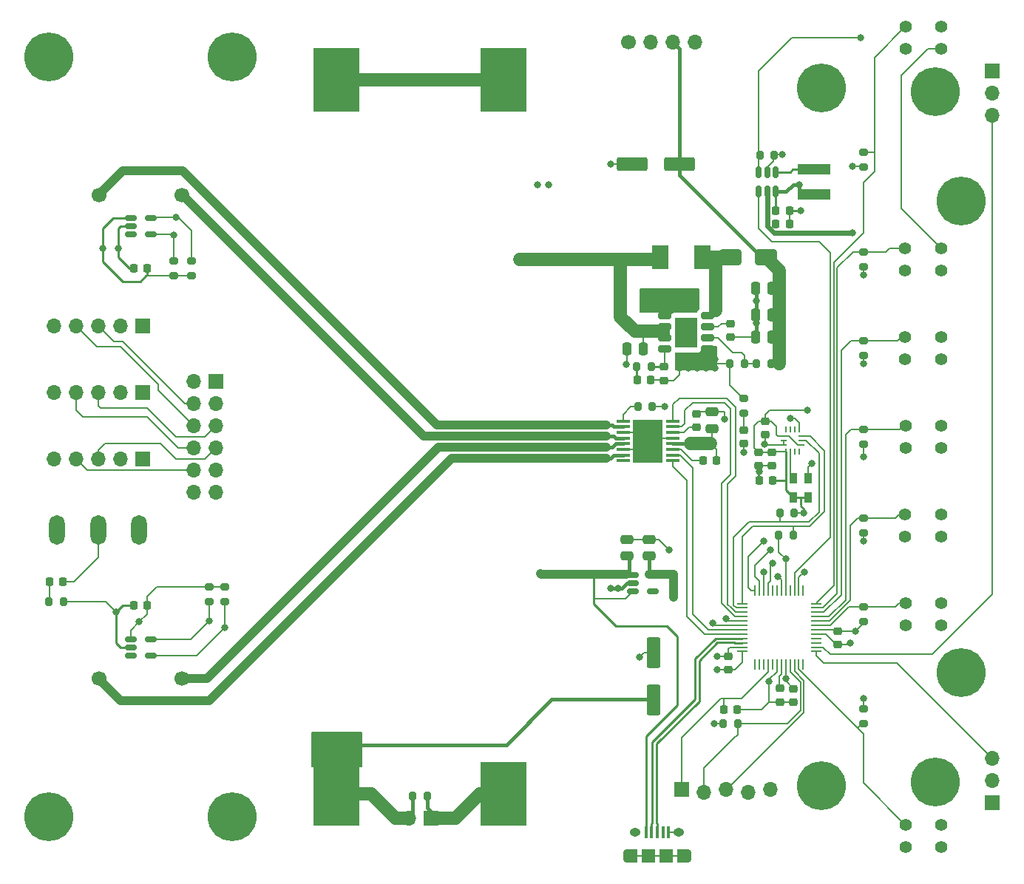
<source format=gbr>
%TF.GenerationSoftware,KiCad,Pcbnew,7.0.8*%
%TF.CreationDate,2023-10-27T12:05:37-04:00*%
%TF.ProjectId,mainboard_dual_battery,6d61696e-626f-4617-9264-5f6475616c5f,rev?*%
%TF.SameCoordinates,PX1312d00PY5f5e100*%
%TF.FileFunction,Copper,L1,Top*%
%TF.FilePolarity,Positive*%
%FSLAX46Y46*%
G04 Gerber Fmt 4.6, Leading zero omitted, Abs format (unit mm)*
G04 Created by KiCad (PCBNEW 7.0.8) date 2023-10-27 12:05:37*
%MOMM*%
%LPD*%
G01*
G04 APERTURE LIST*
G04 Aperture macros list*
%AMRoundRect*
0 Rectangle with rounded corners*
0 $1 Rounding radius*
0 $2 $3 $4 $5 $6 $7 $8 $9 X,Y pos of 4 corners*
0 Add a 4 corners polygon primitive as box body*
4,1,4,$2,$3,$4,$5,$6,$7,$8,$9,$2,$3,0*
0 Add four circle primitives for the rounded corners*
1,1,$1+$1,$2,$3*
1,1,$1+$1,$4,$5*
1,1,$1+$1,$6,$7*
1,1,$1+$1,$8,$9*
0 Add four rect primitives between the rounded corners*
20,1,$1+$1,$2,$3,$4,$5,0*
20,1,$1+$1,$4,$5,$6,$7,0*
20,1,$1+$1,$6,$7,$8,$9,0*
20,1,$1+$1,$8,$9,$2,$3,0*%
G04 Aperture macros list end*
%TA.AperFunction,ComponentPad*%
%ADD10C,5.600000*%
%TD*%
%TA.AperFunction,ComponentPad*%
%ADD11R,1.700000X1.700000*%
%TD*%
%TA.AperFunction,ComponentPad*%
%ADD12O,1.700000X1.700000*%
%TD*%
%TA.AperFunction,SMDPad,CuDef*%
%ADD13RoundRect,0.250000X1.500000X0.550000X-1.500000X0.550000X-1.500000X-0.550000X1.500000X-0.550000X0*%
%TD*%
%TA.AperFunction,SMDPad,CuDef*%
%ADD14R,0.950000X1.200000*%
%TD*%
%TA.AperFunction,SMDPad,CuDef*%
%ADD15RoundRect,0.225000X-0.250000X0.225000X-0.250000X-0.225000X0.250000X-0.225000X0.250000X0.225000X0*%
%TD*%
%TA.AperFunction,SMDPad,CuDef*%
%ADD16RoundRect,0.225000X-0.225000X-0.250000X0.225000X-0.250000X0.225000X0.250000X-0.225000X0.250000X0*%
%TD*%
%TA.AperFunction,SMDPad,CuDef*%
%ADD17RoundRect,0.150000X-0.512500X-0.150000X0.512500X-0.150000X0.512500X0.150000X-0.512500X0.150000X0*%
%TD*%
%TA.AperFunction,SMDPad,CuDef*%
%ADD18RoundRect,0.250000X0.250000X0.475000X-0.250000X0.475000X-0.250000X-0.475000X0.250000X-0.475000X0*%
%TD*%
%TA.AperFunction,SMDPad,CuDef*%
%ADD19RoundRect,0.225000X0.225000X0.250000X-0.225000X0.250000X-0.225000X-0.250000X0.225000X-0.250000X0*%
%TD*%
%TA.AperFunction,ComponentPad*%
%ADD20C,1.700000*%
%TD*%
%TA.AperFunction,SMDPad,CuDef*%
%ADD21RoundRect,0.097500X-0.690000X-0.097500X0.690000X-0.097500X0.690000X0.097500X-0.690000X0.097500X0*%
%TD*%
%TA.AperFunction,ComponentPad*%
%ADD22C,0.500000*%
%TD*%
%TA.AperFunction,SMDPad,CuDef*%
%ADD23R,3.400000X5.000000*%
%TD*%
%TA.AperFunction,SMDPad,CuDef*%
%ADD24RoundRect,0.225000X0.250000X-0.225000X0.250000X0.225000X-0.250000X0.225000X-0.250000X-0.225000X0*%
%TD*%
%TA.AperFunction,SMDPad,CuDef*%
%ADD25R,5.320000X7.350000*%
%TD*%
%TA.AperFunction,SMDPad,CuDef*%
%ADD26RoundRect,0.200000X-0.200000X-0.275000X0.200000X-0.275000X0.200000X0.275000X-0.200000X0.275000X0*%
%TD*%
%TA.AperFunction,SMDPad,CuDef*%
%ADD27RoundRect,0.200000X0.200000X0.275000X-0.200000X0.275000X-0.200000X-0.275000X0.200000X-0.275000X0*%
%TD*%
%TA.AperFunction,SMDPad,CuDef*%
%ADD28RoundRect,0.250000X-0.475000X0.250000X-0.475000X-0.250000X0.475000X-0.250000X0.475000X0.250000X0*%
%TD*%
%TA.AperFunction,SMDPad,CuDef*%
%ADD29R,3.700000X1.200000*%
%TD*%
%TA.AperFunction,SMDPad,CuDef*%
%ADD30R,0.400000X1.350000*%
%TD*%
%TA.AperFunction,ComponentPad*%
%ADD31O,0.890000X1.550000*%
%TD*%
%TA.AperFunction,SMDPad,CuDef*%
%ADD32R,1.200000X1.550000*%
%TD*%
%TA.AperFunction,ComponentPad*%
%ADD33O,1.250000X0.950000*%
%TD*%
%TA.AperFunction,SMDPad,CuDef*%
%ADD34R,1.500000X1.550000*%
%TD*%
%TA.AperFunction,SMDPad,CuDef*%
%ADD35RoundRect,0.200000X0.275000X-0.200000X0.275000X0.200000X-0.275000X0.200000X-0.275000X-0.200000X0*%
%TD*%
%TA.AperFunction,SMDPad,CuDef*%
%ADD36O,1.200000X0.240000*%
%TD*%
%TA.AperFunction,SMDPad,CuDef*%
%ADD37O,0.240000X1.200000*%
%TD*%
%TA.AperFunction,SMDPad,CuDef*%
%ADD38RoundRect,0.250000X0.475000X-0.250000X0.475000X0.250000X-0.475000X0.250000X-0.475000X-0.250000X0*%
%TD*%
%TA.AperFunction,SMDPad,CuDef*%
%ADD39RoundRect,0.250000X0.550000X-1.500000X0.550000X1.500000X-0.550000X1.500000X-0.550000X-1.500000X0*%
%TD*%
%TA.AperFunction,SMDPad,CuDef*%
%ADD40RoundRect,0.150000X-0.150000X0.512500X-0.150000X-0.512500X0.150000X-0.512500X0.150000X0.512500X0*%
%TD*%
%TA.AperFunction,SMDPad,CuDef*%
%ADD41RoundRect,0.200000X-0.550000X-0.200000X0.550000X-0.200000X0.550000X0.200000X-0.550000X0.200000X0*%
%TD*%
%TA.AperFunction,SMDPad,CuDef*%
%ADD42R,2.620000X3.510000*%
%TD*%
%TA.AperFunction,SMDPad,CuDef*%
%ADD43RoundRect,0.218750X-0.218750X-0.256250X0.218750X-0.256250X0.218750X0.256250X-0.218750X0.256250X0*%
%TD*%
%TA.AperFunction,SMDPad,CuDef*%
%ADD44R,0.250000X0.675000*%
%TD*%
%TA.AperFunction,SMDPad,CuDef*%
%ADD45R,0.675000X0.250000*%
%TD*%
%TA.AperFunction,SMDPad,CuDef*%
%ADD46R,1.870000X2.800000*%
%TD*%
%TA.AperFunction,SMDPad,CuDef*%
%ADD47RoundRect,0.218750X-0.256250X0.218750X-0.256250X-0.218750X0.256250X-0.218750X0.256250X0.218750X0*%
%TD*%
%TA.AperFunction,SMDPad,CuDef*%
%ADD48RoundRect,0.250000X1.000000X0.650000X-1.000000X0.650000X-1.000000X-0.650000X1.000000X-0.650000X0*%
%TD*%
%TA.AperFunction,ComponentPad*%
%ADD49O,1.800000X3.400000*%
%TD*%
%TA.AperFunction,SMDPad,CuDef*%
%ADD50RoundRect,0.200000X-0.275000X0.200000X-0.275000X-0.200000X0.275000X-0.200000X0.275000X0.200000X0*%
%TD*%
%TA.AperFunction,ComponentPad*%
%ADD51C,1.400000*%
%TD*%
%TA.AperFunction,ViaPad*%
%ADD52C,0.800000*%
%TD*%
%TA.AperFunction,Conductor*%
%ADD53C,0.203200*%
%TD*%
%TA.AperFunction,Conductor*%
%ADD54C,0.254000*%
%TD*%
%TA.AperFunction,Conductor*%
%ADD55C,1.016000*%
%TD*%
%TA.AperFunction,Conductor*%
%ADD56C,0.406400*%
%TD*%
%TA.AperFunction,Conductor*%
%ADD57C,1.524000*%
%TD*%
%TA.AperFunction,Conductor*%
%ADD58C,0.609600*%
%TD*%
G04 APERTURE END LIST*
D10*
%TO.P,REF\u002A\u002A,1*%
%TO.N,N/C*%
X4500000Y-43500000D03*
%TD*%
D11*
%TO.P,J14,1,Pin_1*%
%TO.N,Net-(J14-Pin_1)*%
X48260000Y-43688000D03*
D12*
%TO.P,J14,2,Pin_2*%
%TO.N,/VBAT*%
X45720000Y-43688000D03*
%TD*%
D11*
%TO.P,J2,1,Pin_1*%
%TO.N,VCC*%
X15240000Y12700000D03*
D12*
%TO.P,J2,2,Pin_2*%
%TO.N,+3V3*%
X12700000Y12700000D03*
%TO.P,J2,3,Pin_3*%
%TO.N,/MISO*%
X10160000Y12700000D03*
%TO.P,J2,4,Pin_4*%
%TO.N,/MOSI*%
X7620000Y12700000D03*
%TO.P,J2,5,Pin_5*%
%TO.N,GNDREF*%
X5080000Y12700000D03*
%TD*%
D13*
%TO.P,C19,1*%
%TO.N,+6V*%
X76700000Y31242000D03*
%TO.P,C19,2*%
%TO.N,GNDREF*%
X71300000Y31242000D03*
%TD*%
D14*
%TO.P,X1,1,EN*%
%TO.N,+3V3*%
X91446000Y-6944750D03*
%TO.P,X1,2,GND*%
%TO.N,GNDREF*%
X91446000Y-4744750D03*
%TO.P,X1,3,OUT*%
%TO.N,/EXT_CLK*%
X89746000Y-4744750D03*
%TO.P,X1,4,Vdd*%
%TO.N,+3V3*%
X89746000Y-6944750D03*
%TD*%
D15*
%TO.P,C7,1*%
%TO.N,GNDREF*%
X78669625Y2665000D03*
%TO.P,C7,2*%
%TO.N,Net-(U11-VINT)*%
X78669625Y1115000D03*
%TD*%
D16*
%TO.P,C18,1*%
%TO.N,GNDREF*%
X14211000Y-19304000D03*
%TO.P,C18,2*%
%TO.N,+3V3*%
X15761000Y-19304000D03*
%TD*%
D17*
%TO.P,U13,1,VCC*%
%TO.N,+3V3*%
X13862500Y-23190000D03*
%TO.P,U13,2,GND*%
%TO.N,GNDREF*%
X13862500Y-24140000D03*
%TO.P,U13,3*%
%TO.N,unconnected-(U13-Pad3)*%
X13862500Y-25090000D03*
%TO.P,U13,4,OUT1*%
%TO.N,/ENC2_SPEED*%
X16137500Y-25090000D03*
%TO.P,U13,5,OUT2*%
%TO.N,/ENC2_DIR*%
X16137500Y-23190000D03*
%TD*%
D18*
%TO.P,C1,1*%
%TO.N,VCC*%
X72578000Y10033000D03*
%TO.P,C1,2*%
%TO.N,GNDREF*%
X70678000Y10033000D03*
%TD*%
D19*
%TO.P,C27,1*%
%TO.N,GNDREF*%
X83325000Y-31242000D03*
%TO.P,C27,2*%
%TO.N,/nRESET*%
X81775000Y-31242000D03*
%TD*%
D20*
%TO.P,J6,1,Pin_1*%
%TO.N,/Motor1A_out*%
X10250000Y27700000D03*
%TD*%
D16*
%TO.P,C8,1*%
%TO.N,VCC*%
X87762000Y25908000D03*
%TO.P,C8,2*%
%TO.N,GNDREF*%
X89312000Y25908000D03*
%TD*%
D21*
%TO.P,U11,1,nSLEEP*%
%TO.N,Net-(U11-nSLEEP)*%
X70248500Y1808000D03*
%TO.P,U11,2,AOUT1*%
%TO.N,/Motor1A_out*%
X70248500Y1158000D03*
%TO.P,U11,3,AISEN*%
%TO.N,GNDREF*%
X70248500Y508000D03*
%TO.P,U11,4,AOUT2*%
%TO.N,/Motor1B_out*%
X70248500Y-142000D03*
%TO.P,U11,5,BOUT2*%
%TO.N,/Motor2B_out*%
X70248500Y-792000D03*
%TO.P,U11,6,BISEN*%
%TO.N,GNDREF*%
X70248500Y-1442000D03*
%TO.P,U11,7,BOUT1*%
%TO.N,/Motor2A_out*%
X70248500Y-2092000D03*
%TO.P,U11,8,nFAULT*%
%TO.N,unconnected-(U11-nFAULT-Pad8)*%
X70248500Y-2742000D03*
%TO.P,U11,9,BIN1*%
%TO.N,/MOTOR2A*%
X75973500Y-2742000D03*
%TO.P,U11,10,BIN2*%
%TO.N,/MOTOR2B*%
X75973500Y-2092000D03*
%TO.P,U11,11,VCP*%
%TO.N,Net-(U11-VCP)*%
X75973500Y-1442000D03*
%TO.P,U11,12,VM*%
%TO.N,+6V*%
X75973500Y-792000D03*
%TO.P,U11,13,GND*%
%TO.N,GNDREF*%
X75973500Y-142000D03*
%TO.P,U11,14,VINT*%
%TO.N,Net-(U11-VINT)*%
X75973500Y508000D03*
%TO.P,U11,15,AIN2*%
%TO.N,/MOTOR1B*%
X75973500Y1158000D03*
%TO.P,U11,16,AIN1*%
%TO.N,/MOTOR1A*%
X75973500Y1808000D03*
D22*
%TO.P,U11,17,GND(PPAD)*%
%TO.N,GNDREF*%
X72111000Y1333000D03*
X72111000Y133000D03*
X72111000Y-1067000D03*
X72111000Y-2267000D03*
X73111000Y1333000D03*
X73111000Y133000D03*
D23*
X73111000Y-467000D03*
D22*
X73111000Y-1067000D03*
X73111000Y-2267000D03*
X74111000Y1333000D03*
X74111000Y133000D03*
X74111000Y-1067000D03*
X74111000Y-2267000D03*
%TD*%
D10*
%TO.P,REF\u002A\u002A,1*%
%TO.N,N/C*%
X109000000Y-27000000D03*
%TD*%
D24*
%TO.P,C10,1*%
%TO.N,GNDREF*%
X89789000Y-30383000D03*
%TO.P,C10,2*%
%TO.N,+3V3*%
X89789000Y-28833000D03*
%TD*%
D25*
%TO.P,BT1,1,+*%
%TO.N,Net-(J14-Pin_1)*%
X56540000Y-40860000D03*
%TO.P,BT1,2,-*%
%TO.N,GNDREF*%
X56540000Y40860000D03*
%TO.P,BT1,3,+*%
%TO.N,/VBAT*%
X37440000Y-40860000D03*
%TO.P,BT1,4,-*%
%TO.N,GNDREF*%
X37440000Y40860000D03*
%TD*%
D15*
%TO.P,C6,1*%
%TO.N,GNDREF*%
X82296000Y-25133000D03*
%TO.P,C6,2*%
%TO.N,+3V3*%
X82296000Y-26683000D03*
%TD*%
D26*
%TO.P,R15,1*%
%TO.N,/Reflectance sensor array/FB*%
X85934000Y32258000D03*
%TO.P,R15,2*%
%TO.N,GNDREF*%
X87584000Y32258000D03*
%TD*%
D27*
%TO.P,R20,1*%
%TO.N,Net-(U14-COMP)*%
X73469000Y8001000D03*
%TO.P,R20,2*%
%TO.N,Net-(C25-Pad1)*%
X71819000Y8001000D03*
%TD*%
D28*
%TO.P,C2,1*%
%TO.N,GNDREF*%
X70739000Y-11750000D03*
%TO.P,C2,2*%
%TO.N,VCC*%
X70739000Y-13650000D03*
%TD*%
D11*
%TO.P,J11,1,Pin_1*%
%TO.N,GNDREF*%
X112522000Y-41910000D03*
D12*
%TO.P,J11,2,Pin_2*%
%TO.N,+6V*%
X112522000Y-39370000D03*
%TO.P,J11,3,Pin_3*%
%TO.N,/SERVO2*%
X112522000Y-36830000D03*
%TD*%
D28*
%TO.P,C3,1*%
%TO.N,GNDREF*%
X73279000Y-11750000D03*
%TO.P,C3,2*%
%TO.N,+3V3*%
X73279000Y-13650000D03*
%TD*%
D26*
%TO.P,R21,1*%
%TO.N,+3V3*%
X81725000Y-32893000D03*
%TO.P,R21,2*%
%TO.N,/SWCLK*%
X83375000Y-32893000D03*
%TD*%
D29*
%TO.P,L1,1,1*%
%TO.N,VCC*%
X92093000Y27810000D03*
%TO.P,L1,2,2*%
%TO.N,Net-(U10-SW)*%
X92093000Y30610000D03*
%TD*%
D17*
%TO.P,U9,1,VCC*%
%TO.N,+3V3*%
X13862500Y25090000D03*
%TO.P,U9,2,GND*%
%TO.N,GNDREF*%
X13862500Y24140000D03*
%TO.P,U9,3*%
%TO.N,unconnected-(U9-Pad3)*%
X13862500Y23190000D03*
%TO.P,U9,4,OUT1*%
%TO.N,/ENC1_SPEED*%
X16137500Y23190000D03*
%TO.P,U9,5,OUT2*%
%TO.N,/ENC1_DIR*%
X16137500Y25090000D03*
%TD*%
D30*
%TO.P,J3,1,VBUS*%
%TO.N,VCC*%
X72868000Y-45336000D03*
%TO.P,J3,2,D-*%
%TO.N,/D-*%
X73518000Y-45336000D03*
%TO.P,J3,3,D+*%
%TO.N,/D+*%
X74168000Y-45336000D03*
%TO.P,J3,4,ID*%
%TO.N,unconnected-(J3-ID-Pad4)*%
X74818000Y-45336000D03*
%TO.P,J3,5,GND*%
%TO.N,GNDREF*%
X75468000Y-45336000D03*
D31*
%TO.P,J3,6,Shield*%
X70668000Y-48036000D03*
D32*
X71268000Y-48036000D03*
D33*
X71668000Y-45336000D03*
D34*
X73168000Y-48036000D03*
X75168000Y-48036000D03*
D33*
X76668000Y-45336000D03*
D32*
X77068000Y-48036000D03*
D31*
X77668000Y-48036000D03*
%TD*%
D20*
%TO.P,J4,1,Pin_1*%
%TO.N,/Motor1B_out*%
X19750000Y27700000D03*
%TD*%
D16*
%TO.P,C14,1*%
%TO.N,Net-(U11-VCP)*%
X79418625Y-2682000D03*
%TO.P,C14,2*%
%TO.N,+6V*%
X80968625Y-2682000D03*
%TD*%
D35*
%TO.P,R5,1*%
%TO.N,+3V3*%
X97790000Y9335000D03*
%TO.P,R5,2*%
%TO.N,/A4*%
X97790000Y10985000D03*
%TD*%
D15*
%TO.P,C24,1*%
%TO.N,Net-(U14-SS)*%
X82550000Y12967000D03*
%TO.P,C24,2*%
%TO.N,GNDREF*%
X82550000Y11417000D03*
%TD*%
D11*
%TO.P,J1,1,Pin_1*%
%TO.N,/nRESET*%
X76962000Y-40386000D03*
D12*
%TO.P,J1,2,Pin_2*%
%TO.N,/SWCLK*%
X79502000Y-40767000D03*
%TO.P,J1,3,Pin_3*%
%TO.N,/SWDIO*%
X82042000Y-40386000D03*
%TO.P,J1,4,Pin_4*%
%TO.N,GNDREF*%
X84582000Y-40767000D03*
%TO.P,J1,5,Pin_5*%
%TO.N,+3V3*%
X87122000Y-40386000D03*
%TD*%
D16*
%TO.P,C16,1*%
%TO.N,/Reflectance sensor array/VCC_LED*%
X87762000Y24384000D03*
%TO.P,C16,2*%
%TO.N,GNDREF*%
X89312000Y24384000D03*
%TD*%
D11*
%TO.P,J13,1,Pin_1*%
%TO.N,/SDA*%
X23622000Y6350000D03*
D12*
%TO.P,J13,2,Pin_2*%
%TO.N,+3V3*%
X21082000Y6350000D03*
%TO.P,J13,3,Pin_3*%
%TO.N,/SCL*%
X23622000Y3810000D03*
%TO.P,J13,4,Pin_4*%
%TO.N,/MISO*%
X21082000Y3810000D03*
%TO.P,J13,5,Pin_5*%
%TO.N,/SCK*%
X23622000Y1270000D03*
%TO.P,J13,6,Pin_6*%
%TO.N,/MOSI*%
X21082000Y1270000D03*
%TO.P,J13,7,Pin_7*%
%TO.N,/TOP_A4*%
X23622000Y-1270000D03*
%TO.P,J13,8,Pin_8*%
%TO.N,/TOP_A5*%
X21082000Y-1270000D03*
%TO.P,J13,9,Pin_9*%
%TO.N,/nRESET*%
X23622000Y-3810000D03*
%TO.P,J13,10,Pin_10*%
%TO.N,/TOP_A3*%
X21082000Y-3810000D03*
%TO.P,J13,11,Pin_11*%
%TO.N,GNDREF*%
X23622000Y-6350000D03*
%TO.P,J13,12,Pin_12*%
%TO.N,VCC*%
X21082000Y-6350000D03*
%TD*%
D15*
%TO.P,C11,1*%
%TO.N,+3V3*%
X85770000Y-1767750D03*
%TO.P,C11,2*%
%TO.N,GNDREF*%
X85770000Y-3317750D03*
%TD*%
%TO.P,C26,1*%
%TO.N,Net-(U14-COMP)*%
X74930000Y8014000D03*
%TO.P,C26,2*%
%TO.N,GNDREF*%
X74930000Y6464000D03*
%TD*%
D35*
%TO.P,R3,1*%
%TO.N,+3V3*%
X97790000Y-10985000D03*
%TO.P,R3,2*%
%TO.N,/A2*%
X97790000Y-9335000D03*
%TD*%
D36*
%TO.P,U15,1,PA00*%
%TO.N,/SERVO2*%
X92338000Y-24594000D03*
%TO.P,U15,2,PA01*%
%TO.N,/SERVO1*%
X92338000Y-24094000D03*
%TO.P,U15,3,PA02*%
%TO.N,unconnected-(U15-PA02-Pad3)*%
X92338000Y-23594000D03*
%TO.P,U15,4,PA03*%
%TO.N,unconnected-(U15-PA03-Pad4)*%
X92338000Y-23094000D03*
%TO.P,U15,5,GNDANA*%
%TO.N,GNDREF*%
X92338000Y-22594000D03*
%TO.P,U15,6,VDDANA*%
%TO.N,+3V3*%
X92338000Y-22094000D03*
%TO.P,U15,7,PB08*%
%TO.N,/A1*%
X92338000Y-21594000D03*
%TO.P,U15,8,PB09*%
%TO.N,/A2*%
X92338000Y-21094000D03*
%TO.P,U15,9,PA04*%
%TO.N,/A3*%
X92338000Y-20594000D03*
%TO.P,U15,10,PA05*%
%TO.N,/A4*%
X92338000Y-20094000D03*
%TO.P,U15,11,PA06*%
%TO.N,/A5*%
X92338000Y-19594000D03*
%TO.P,U15,12,PA07*%
%TO.N,/A6*%
X92338000Y-19094000D03*
D37*
%TO.P,U15,13,PA08*%
%TO.N,unconnected-(U15-PA08-Pad13)*%
X90888000Y-17644000D03*
%TO.P,U15,14,PA09*%
%TO.N,/HEARTBEAT*%
X90388000Y-17644000D03*
%TO.P,U15,15,PA10*%
%TO.N,/ANALOG_CTRL*%
X89888000Y-17644000D03*
%TO.P,U15,16,PA11*%
%TO.N,unconnected-(U15-PA11-Pad16)*%
X89388000Y-17644000D03*
%TO.P,U15,17,VDDIO*%
%TO.N,+3V3*%
X88888000Y-17644000D03*
%TO.P,U15,18,GND*%
%TO.N,GNDREF*%
X88388000Y-17644000D03*
%TO.P,U15,19,PB10*%
%TO.N,unconnected-(U15-PB10-Pad19)*%
X87888000Y-17644000D03*
%TO.P,U15,20,PB11*%
%TO.N,unconnected-(U15-PB11-Pad20)*%
X87388000Y-17644000D03*
%TO.P,U15,21,PA12*%
%TO.N,/SDA*%
X86888000Y-17644000D03*
%TO.P,U15,22,PA13*%
%TO.N,/SCL*%
X86388000Y-17644000D03*
%TO.P,U15,23,PA14*%
%TO.N,/ENC1_SPEED*%
X85888000Y-17644000D03*
%TO.P,U15,24,PA15*%
%TO.N,/ENC1_DIR*%
X85388000Y-17644000D03*
D36*
%TO.P,U15,25,PA16*%
%TO.N,/SDA1*%
X83938000Y-19094000D03*
%TO.P,U15,26,PA17*%
%TO.N,/SCL1*%
X83938000Y-19594000D03*
%TO.P,U15,27,PA18*%
%TO.N,/MOTOR1A*%
X83938000Y-20094000D03*
%TO.P,U15,28,PA19*%
%TO.N,/MOTOR1B*%
X83938000Y-20594000D03*
%TO.P,U15,29,PA20*%
%TO.N,/ENC2_DIR*%
X83938000Y-21094000D03*
%TO.P,U15,30,PA21*%
%TO.N,/ENC2_SPEED*%
X83938000Y-21594000D03*
%TO.P,U15,31,PA22*%
%TO.N,/MOTOR2B*%
X83938000Y-22094000D03*
%TO.P,U15,32,PA23*%
%TO.N,/MOTOR2A*%
X83938000Y-22594000D03*
%TO.P,U15,33,PA24*%
%TO.N,/D-*%
X83938000Y-23094000D03*
%TO.P,U15,34,PA25*%
%TO.N,/D+*%
X83938000Y-23594000D03*
%TO.P,U15,35,GND*%
%TO.N,GNDREF*%
X83938000Y-24094000D03*
%TO.P,U15,36,VDDIO*%
%TO.N,+3V3*%
X83938000Y-24594000D03*
D37*
%TO.P,U15,37,PB22*%
%TO.N,unconnected-(U15-PB22-Pad37)*%
X85388000Y-26044000D03*
%TO.P,U15,38,PB23*%
%TO.N,unconnected-(U15-PB23-Pad38)*%
X85888000Y-26044000D03*
%TO.P,U15,39,PA27*%
%TO.N,unconnected-(U15-PA27-Pad39)*%
X86388000Y-26044000D03*
%TO.P,U15,40,~{RESET}*%
%TO.N,/nRESET*%
X86888000Y-26044000D03*
%TO.P,U15,41,PA28*%
%TO.N,unconnected-(U15-PA28-Pad41)*%
X87388000Y-26044000D03*
%TO.P,U15,42,GND*%
%TO.N,GNDREF*%
X87888000Y-26044000D03*
%TO.P,U15,43,VDDCORE*%
%TO.N,Net-(U15-VDDCORE)*%
X88388000Y-26044000D03*
%TO.P,U15,44,VDDIN*%
%TO.N,+3V3*%
X88888000Y-26044000D03*
%TO.P,U15,45,PA30*%
%TO.N,/SWCLK*%
X89388000Y-26044000D03*
%TO.P,U15,46,PA31*%
%TO.N,/SWDIO*%
X89888000Y-26044000D03*
%TO.P,U15,47,PB02*%
%TO.N,/A0*%
X90388000Y-26044000D03*
%TO.P,U15,48,PB03*%
%TO.N,unconnected-(U15-PB03-Pad48)*%
X90888000Y-26044000D03*
%TD*%
D27*
%TO.P,R19,1*%
%TO.N,Net-(U14-FB)*%
X84137000Y8382000D03*
%TO.P,R19,2*%
%TO.N,GNDREF*%
X82487000Y8382000D03*
%TD*%
D18*
%TO.P,C21,1*%
%TO.N,+6V*%
X87310000Y14008000D03*
%TO.P,C21,2*%
%TO.N,GNDREF*%
X85410000Y14008000D03*
%TD*%
D10*
%TO.P,REF\u002A\u002A,1*%
%TO.N,N/C*%
X109000000Y27000000D03*
%TD*%
D35*
%TO.P,R12,1*%
%TO.N,+3V3*%
X20828000Y18479000D03*
%TO.P,R12,2*%
%TO.N,/ENC1_DIR*%
X20828000Y20129000D03*
%TD*%
D16*
%TO.P,C12,1*%
%TO.N,GNDREF*%
X14211000Y19304000D03*
%TO.P,C12,2*%
%TO.N,+3V3*%
X15761000Y19304000D03*
%TD*%
D10*
%TO.P,REF\u002A\u002A,1*%
%TO.N,N/C*%
X93000000Y40000000D03*
%TD*%
%TO.P,REF\u002A\u002A,1*%
%TO.N,N/C*%
X106000000Y-39500000D03*
%TD*%
D38*
%TO.P,C5,1*%
%TO.N,+6V*%
X80447625Y940000D03*
%TO.P,C5,2*%
%TO.N,GNDREF*%
X80447625Y2840000D03*
%TD*%
D18*
%TO.P,C22,1*%
%TO.N,+6V*%
X87310000Y11430000D03*
%TO.P,C22,2*%
%TO.N,GNDREF*%
X85410000Y11430000D03*
%TD*%
D35*
%TO.P,R2,1*%
%TO.N,+3V3*%
X97790000Y-21145000D03*
%TO.P,R2,2*%
%TO.N,/A1*%
X97790000Y-19495000D03*
%TD*%
D26*
%TO.P,R10,1*%
%TO.N,Net-(D1-K)*%
X4509000Y-18923000D03*
%TO.P,R10,2*%
%TO.N,GNDREF*%
X6159000Y-18923000D03*
%TD*%
D39*
%TO.P,C4,1*%
%TO.N,/VBAT*%
X73787000Y-30132000D03*
%TO.P,C4,2*%
%TO.N,GNDREF*%
X73787000Y-24732000D03*
%TD*%
D40*
%TO.P,U10,1,SW*%
%TO.N,Net-(U10-SW)*%
X87709000Y30347500D03*
%TO.P,U10,2,GND*%
%TO.N,GNDREF*%
X86759000Y30347500D03*
%TO.P,U10,3,FB*%
%TO.N,/Reflectance sensor array/FB*%
X85809000Y30347500D03*
%TO.P,U10,4,CTRL*%
%TO.N,/ANALOG_CTRL*%
X85809000Y28072500D03*
%TO.P,U10,5,VOUT*%
%TO.N,/Reflectance sensor array/VCC_LED*%
X86759000Y28072500D03*
%TO.P,U10,6,VIN*%
%TO.N,VCC*%
X87709000Y28072500D03*
%TD*%
D27*
%TO.P,R22,1*%
%TO.N,Net-(J14-Pin_1)*%
X47815000Y-41148000D03*
%TO.P,R22,2*%
%TO.N,/VBAT*%
X46165000Y-41148000D03*
%TD*%
D10*
%TO.P,REF\u002A\u002A,1*%
%TO.N,N/C*%
X106000000Y39500000D03*
%TD*%
D41*
%TO.P,U14,1,PGND*%
%TO.N,GNDREF*%
X74990000Y13843000D03*
%TO.P,U14,2,VIN*%
%TO.N,VCC*%
X74990000Y12573000D03*
%TO.P,U14,3,EN*%
X74990000Y11303000D03*
%TO.P,U14,4,COMP*%
%TO.N,Net-(U14-COMP)*%
X74990000Y10033000D03*
%TO.P,U14,5,AGND*%
%TO.N,GNDREF*%
X79950000Y10033000D03*
%TO.P,U14,6,FB*%
%TO.N,Net-(U14-FB)*%
X79950000Y11303000D03*
%TO.P,U14,7,SS*%
%TO.N,Net-(U14-SS)*%
X79950000Y12573000D03*
%TO.P,U14,8,SW*%
%TO.N,Net-(D3-A)*%
X79950000Y13843000D03*
D42*
%TO.P,U14,9*%
%TO.N,N/C*%
X77470000Y11938000D03*
%TD*%
D10*
%TO.P,REF\u002A\u002A,1*%
%TO.N,N/C*%
X93000000Y-40000000D03*
%TD*%
D20*
%TO.P,J5,1,Pin_1*%
%TO.N,/Motor2B_out*%
X19750000Y-27700000D03*
%TD*%
D43*
%TO.P,D1,1,K*%
%TO.N,Net-(D1-K)*%
X4546500Y-16637000D03*
%TO.P,D1,2,A*%
%TO.N,VCC*%
X6121500Y-16637000D03*
%TD*%
D10*
%TO.P,REF\u002A\u002A,1*%
%TO.N,N/C*%
X25500000Y43500000D03*
%TD*%
D24*
%TO.P,C17,1*%
%TO.N,GNDREF*%
X88265000Y-30370000D03*
%TO.P,C17,2*%
%TO.N,Net-(U15-VDDCORE)*%
X88265000Y-28820000D03*
%TD*%
D27*
%TO.P,R14,1*%
%TO.N,+3V3*%
X73596000Y3429000D03*
%TO.P,R14,2*%
%TO.N,Net-(U11-nSLEEP)*%
X71946000Y3429000D03*
%TD*%
D35*
%TO.P,R7,1*%
%TO.N,+3V3*%
X97790000Y30925000D03*
%TO.P,R7,2*%
%TO.N,/A6*%
X97790000Y32575000D03*
%TD*%
%TO.P,R6,1*%
%TO.N,+3V3*%
X97790000Y19495000D03*
%TO.P,R6,2*%
%TO.N,/A5*%
X97790000Y21145000D03*
%TD*%
D18*
%TO.P,C20,1*%
%TO.N,+6V*%
X87310000Y17018000D03*
%TO.P,C20,2*%
%TO.N,GNDREF*%
X85410000Y17018000D03*
%TD*%
D27*
%TO.P,R18,1*%
%TO.N,+6V*%
X87185000Y8382000D03*
%TO.P,R18,2*%
%TO.N,Net-(U14-FB)*%
X85535000Y8382000D03*
%TD*%
D26*
%TO.P,R8,1*%
%TO.N,+3V3*%
X88075000Y-11303000D03*
%TO.P,R8,2*%
%TO.N,/SDA1*%
X89725000Y-11303000D03*
%TD*%
D11*
%TO.P,J12,1,Pin_1*%
%TO.N,GNDREF*%
X112522000Y41910000D03*
D12*
%TO.P,J12,2,Pin_2*%
%TO.N,+6V*%
X112522000Y39370000D03*
%TO.P,J12,3,Pin_3*%
%TO.N,/SERVO1*%
X112522000Y36830000D03*
%TD*%
D44*
%TO.P,U12,1,SDO/AD0*%
%TO.N,GNDREF*%
X90408000Y835750D03*
%TO.P,U12,2,RESV*%
%TO.N,unconnected-(U12-RESV-Pad2)*%
X89908000Y835750D03*
%TO.P,U12,3,RESV*%
%TO.N,unconnected-(U12-RESV-Pad3)*%
X89408000Y835750D03*
%TO.P,U12,4,INT1*%
%TO.N,unconnected-(U12-INT1-Pad4)*%
X88908000Y835750D03*
D45*
%TO.P,U12,5,VDDIO*%
%TO.N,+3V3*%
X88645500Y73250D03*
%TO.P,U12,6,GND*%
%TO.N,GNDREF*%
X88645500Y-426750D03*
%TO.P,U12,7,GND*%
X88645500Y-926750D03*
D44*
%TO.P,U12,8,VDD*%
%TO.N,+3V3*%
X88908000Y-1689250D03*
%TO.P,U12,9,INT2*%
%TO.N,/EXT_CLK*%
X89408000Y-1689250D03*
%TO.P,U12,10,RESV*%
%TO.N,unconnected-(U12-RESV-Pad10)*%
X89908000Y-1689250D03*
%TO.P,U12,11,GND*%
%TO.N,unconnected-(U12-GND-Pad11)*%
X90408000Y-1689250D03*
D45*
%TO.P,U12,12,CS*%
%TO.N,+3V3*%
X90670500Y-926750D03*
%TO.P,U12,13,SCL*%
%TO.N,/SCL1*%
X90670500Y-426750D03*
%TO.P,U12,14,SDA*%
%TO.N,/SDA1*%
X90670500Y73250D03*
%TD*%
D11*
%TO.P,J9,1,Pin_1*%
%TO.N,VCC*%
X15240000Y5080000D03*
D12*
%TO.P,J9,2,Pin_2*%
%TO.N,+3V3*%
X12700000Y5080000D03*
%TO.P,J9,3,Pin_3*%
%TO.N,/SCK*%
X10160000Y5080000D03*
%TO.P,J9,4,Pin_4*%
%TO.N,/TOP_A5*%
X7620000Y5080000D03*
%TO.P,J9,5,Pin_5*%
%TO.N,GNDREF*%
X5080000Y5080000D03*
%TD*%
D15*
%TO.P,C9,1*%
%TO.N,+3V3*%
X87294000Y-1767750D03*
%TO.P,C9,2*%
%TO.N,GNDREF*%
X87294000Y-3317750D03*
%TD*%
D46*
%TO.P,L2,1,1*%
%TO.N,VCC*%
X74542000Y20574000D03*
%TO.P,L2,2,2*%
%TO.N,Net-(D3-A)*%
X79382000Y20574000D03*
%TD*%
D47*
%TO.P,D2,1,K*%
%TO.N,Net-(D2-K)*%
X84074000Y787500D03*
%TO.P,D2,2,A*%
%TO.N,/HEARTBEAT*%
X84074000Y-787500D03*
%TD*%
D16*
%TO.P,C25,1*%
%TO.N,Net-(C25-Pad1)*%
X71869000Y6477000D03*
%TO.P,C25,2*%
%TO.N,GNDREF*%
X73419000Y6477000D03*
%TD*%
D15*
%TO.P,C15,1*%
%TO.N,+3V3*%
X86532000Y1788250D03*
%TO.P,C15,2*%
%TO.N,GNDREF*%
X86532000Y238250D03*
%TD*%
D20*
%TO.P,J8,1,Pin_1*%
%TO.N,+3V3*%
X70866000Y45212000D03*
D12*
%TO.P,J8,2,Pin_2*%
%TO.N,VCC*%
X73406000Y45212000D03*
%TO.P,J8,3,Pin_3*%
%TO.N,+6V*%
X75946000Y45212000D03*
%TO.P,J8,4,Pin_4*%
%TO.N,GNDREF*%
X78486000Y45212000D03*
%TD*%
D10*
%TO.P,REF\u002A\u002A,1*%
%TO.N,N/C*%
X4500000Y43500000D03*
%TD*%
D11*
%TO.P,J10,1,Pin_1*%
%TO.N,VCC*%
X15240000Y-2540000D03*
D12*
%TO.P,J10,2,Pin_2*%
%TO.N,+3V3*%
X12700000Y-2540000D03*
%TO.P,J10,3,Pin_3*%
%TO.N,/TOP_A4*%
X10160000Y-2540000D03*
%TO.P,J10,4,Pin_4*%
%TO.N,/TOP_A3*%
X7620000Y-2540000D03*
%TO.P,J10,5,Pin_5*%
%TO.N,GNDREF*%
X5080000Y-2540000D03*
%TD*%
D48*
%TO.P,D3,1,K*%
%TO.N,+6V*%
X86582000Y20574000D03*
%TO.P,D3,2,A*%
%TO.N,Net-(D3-A)*%
X82582000Y20574000D03*
%TD*%
D19*
%TO.P,C23,1*%
%TO.N,+3V3*%
X87388500Y-4994750D03*
%TO.P,C23,2*%
%TO.N,GNDREF*%
X85838500Y-4994750D03*
%TD*%
D49*
%TO.P,SW1,1,A*%
%TO.N,/VBAT*%
X5460000Y-10668000D03*
%TO.P,SW1,2,B*%
%TO.N,VCC*%
X10160000Y-10668000D03*
%TO.P,SW1,3,C*%
%TO.N,unconnected-(SW1-C-Pad3)*%
X14860000Y-10668000D03*
%TD*%
D50*
%TO.P,R17,1*%
%TO.N,+3V3*%
X24638000Y-17209000D03*
%TO.P,R17,2*%
%TO.N,/ENC2_SPEED*%
X24638000Y-18859000D03*
%TD*%
%TO.P,R16,1*%
%TO.N,+3V3*%
X22860000Y-17209000D03*
%TO.P,R16,2*%
%TO.N,/ENC2_DIR*%
X22860000Y-18859000D03*
%TD*%
%TO.P,R1,1*%
%TO.N,+3V3*%
X97790000Y-31179000D03*
%TO.P,R1,2*%
%TO.N,/A0*%
X97790000Y-32829000D03*
%TD*%
D10*
%TO.P,REF\u002A\u002A,1*%
%TO.N,N/C*%
X25500000Y-43500000D03*
%TD*%
D35*
%TO.P,R13,1*%
%TO.N,+3V3*%
X18796000Y18479000D03*
%TO.P,R13,2*%
%TO.N,/ENC1_SPEED*%
X18796000Y20129000D03*
%TD*%
D20*
%TO.P,J7,1,Pin_1*%
%TO.N,/Motor2A_out*%
X10250000Y-27700000D03*
%TD*%
D35*
%TO.P,R4,1*%
%TO.N,+3V3*%
X97790000Y-825000D03*
%TO.P,R4,2*%
%TO.N,/A3*%
X97790000Y825000D03*
%TD*%
%TO.P,R11,1*%
%TO.N,Net-(D2-K)*%
X84074000Y2731000D03*
%TO.P,R11,2*%
%TO.N,GNDREF*%
X84074000Y4381000D03*
%TD*%
D17*
%TO.P,U1,1,VIN*%
%TO.N,VCC*%
X71379500Y-15814000D03*
%TO.P,U1,2,GND*%
%TO.N,GNDREF*%
X71379500Y-16764000D03*
%TO.P,U1,3,EN*%
%TO.N,VCC*%
X71379500Y-17714000D03*
%TO.P,U1,4,NC*%
%TO.N,unconnected-(U1-NC-Pad4)*%
X73654500Y-17714000D03*
%TO.P,U1,5,VOUT*%
%TO.N,+3V3*%
X73654500Y-15814000D03*
%TD*%
D27*
%TO.P,R9,1*%
%TO.N,+3V3*%
X89852000Y-8763000D03*
%TO.P,R9,2*%
%TO.N,/SCL1*%
X88202000Y-8763000D03*
%TD*%
D15*
%TO.P,C13,1*%
%TO.N,+3V3*%
X94869000Y-22229000D03*
%TO.P,C13,2*%
%TO.N,GNDREF*%
X94869000Y-23779000D03*
%TD*%
D51*
%TO.P,U3,1,K*%
%TO.N,Net-(U3-K)*%
X106698000Y-19070000D03*
%TO.P,U3,2,A*%
%TO.N,Net-(U2-K)*%
X106698000Y-21610000D03*
%TO.P,U3,3,E*%
%TO.N,GNDREF*%
X102598000Y-21610000D03*
%TO.P,U3,4,C*%
%TO.N,/A1*%
X102598000Y-19070000D03*
%TD*%
%TO.P,U5,1,K*%
%TO.N,Net-(U5-K)*%
X106698000Y1250000D03*
%TO.P,U5,2,A*%
%TO.N,Net-(U4-K)*%
X106698000Y-1290000D03*
%TO.P,U5,3,E*%
%TO.N,GNDREF*%
X102598000Y-1290000D03*
%TO.P,U5,4,C*%
%TO.N,/A3*%
X102598000Y1250000D03*
%TD*%
%TO.P,U2,1,K*%
%TO.N,Net-(U2-K)*%
X106698000Y-44470000D03*
%TO.P,U2,2,A*%
%TO.N,/Reflectance sensor array/VCC_LED*%
X106698000Y-47010000D03*
%TO.P,U2,3,E*%
%TO.N,GNDREF*%
X102598000Y-47010000D03*
%TO.P,U2,4,C*%
%TO.N,/A0*%
X102598000Y-44470000D03*
%TD*%
%TO.P,U4,1,K*%
%TO.N,Net-(U4-K)*%
X106680000Y-8890000D03*
%TO.P,U4,2,A*%
%TO.N,Net-(U3-K)*%
X106680000Y-11430000D03*
%TO.P,U4,3,E*%
%TO.N,GNDREF*%
X102580000Y-11430000D03*
%TO.P,U4,4,C*%
%TO.N,/A2*%
X102580000Y-8890000D03*
%TD*%
%TO.P,U7,1,K*%
%TO.N,Net-(U7-K)*%
X106680000Y21590000D03*
%TO.P,U7,2,A*%
%TO.N,Net-(U6-K)*%
X106680000Y19050000D03*
%TO.P,U7,3,E*%
%TO.N,GNDREF*%
X102580000Y19050000D03*
%TO.P,U7,4,C*%
%TO.N,/A5*%
X102580000Y21590000D03*
%TD*%
%TO.P,U6,1,K*%
%TO.N,Net-(U6-K)*%
X106680000Y11430000D03*
%TO.P,U6,2,A*%
%TO.N,Net-(U5-K)*%
X106680000Y8890000D03*
%TO.P,U6,3,E*%
%TO.N,GNDREF*%
X102580000Y8890000D03*
%TO.P,U6,4,C*%
%TO.N,/A4*%
X102580000Y11430000D03*
%TD*%
%TO.P,U8,1,K*%
%TO.N,/Reflectance sensor array/FB*%
X106698000Y46970000D03*
%TO.P,U8,2,A*%
%TO.N,Net-(U7-K)*%
X106698000Y44430000D03*
%TO.P,U8,3,E*%
%TO.N,GNDREF*%
X102598000Y44430000D03*
%TO.P,U8,4,C*%
%TO.N,/A6*%
X102598000Y46970000D03*
%TD*%
D52*
%TO.N,+3V3*%
X90932000Y-8763000D03*
X88888000Y-27698000D03*
X97790000Y8382000D03*
X97790000Y18542000D03*
X97790000Y-11938000D03*
X91348000Y3024000D03*
X97790000Y-29972000D03*
X76073000Y-15748000D03*
X76073000Y-18415000D03*
X96897000Y-22229000D03*
X76073000Y-17018000D03*
X80670400Y-32867600D03*
X96520000Y30988000D03*
X14859000Y-21209000D03*
X10668000Y21590000D03*
X81026000Y-26670000D03*
X75057000Y3429000D03*
X88900000Y-14000000D03*
X97790000Y-2286000D03*
%TO.N,/VBAT*%
X39624000Y-35306000D03*
X38354000Y-35306000D03*
X35814000Y-35306000D03*
X37084000Y-35306000D03*
%TO.N,/SDA*%
X87376000Y-14478000D03*
%TO.N,/SCL*%
X86360000Y-15494000D03*
%TO.N,/ENC1_DIR*%
X19050000Y25146000D03*
X86360000Y-11938000D03*
%TO.N,/ENC1_SPEED*%
X87122000Y-12954000D03*
X18796000Y23114000D03*
%TO.N,/ENC2_DIR*%
X22860000Y-21082000D03*
X82042000Y-20828000D03*
%TO.N,/ENC2_SPEED*%
X80518000Y-21336000D03*
X24638000Y-21844000D03*
%TO.N,+6V*%
X80264000Y-762000D03*
X88138000Y8382000D03*
X88138000Y15494000D03*
X78994000Y-762000D03*
X88138000Y12700000D03*
X77978000Y-792000D03*
X88138000Y9906000D03*
%TO.N,GNDREF*%
X81026000Y-25146000D03*
X41656000Y40894000D03*
X78486000Y15240000D03*
X76708000Y15240000D03*
X69723000Y-17399000D03*
X68834000Y-17399000D03*
X12192000Y-20066000D03*
X81866375Y2008000D03*
X72898000Y16510000D03*
X44196000Y40894000D03*
X76708000Y16510000D03*
X88474000Y32322000D03*
X75438000Y15240000D03*
X76708000Y7874000D03*
X79756000Y7874000D03*
X49784000Y40894000D03*
X90569000Y25908000D03*
X78486000Y16510000D03*
X85497000Y15546000D03*
X96266000Y-23622000D03*
X80772000Y8890000D03*
X88011000Y-16000000D03*
X75565000Y-12954000D03*
X52578000Y40894000D03*
X85851500Y-3978750D03*
X86995000Y-28067000D03*
X86467782Y-830474D03*
X78740000Y7874000D03*
X74168000Y16510000D03*
X70612000Y8255000D03*
X68834000Y31242000D03*
X78740000Y8890000D03*
X79756000Y8890000D03*
X12446000Y21590000D03*
X72136000Y-25273000D03*
X85497000Y13006000D03*
X46990000Y40894000D03*
X91866000Y-3050750D03*
X89407500Y2117250D03*
X77724000Y8890000D03*
X77724000Y7874000D03*
X76708000Y8890000D03*
X80772000Y7874000D03*
X75438000Y16510000D03*
%TO.N,VCC*%
X60833000Y-15694500D03*
X62611000Y-15748000D03*
X61722000Y28901504D03*
X90424000Y28901504D03*
X62484000Y20320000D03*
X60960000Y20320000D03*
X59436000Y20320000D03*
X60452000Y28901504D03*
%TO.N,/Reflectance sensor array/VCC_LED*%
X96520000Y23368000D03*
%TO.N,/Reflectance sensor array/FB*%
X97500000Y45720000D03*
%TO.N,/HEARTBEAT*%
X91000000Y-15500000D03*
X84074000Y-1778000D03*
%TD*%
D53*
%TO.N,/MOTOR1A*%
X82611532Y-19561322D02*
X82611532Y-19562000D01*
X76693000Y4430000D02*
X82150125Y4430000D01*
X82235207Y-5447668D02*
X82235207Y-19184997D01*
X75973500Y1808000D02*
X75973500Y3710500D01*
X82611532Y-19562000D02*
X83143532Y-20094000D01*
X75973500Y3710500D02*
X76693000Y4430000D01*
X82235207Y-19184997D02*
X82611532Y-19561322D01*
X83143532Y-20094000D02*
X83938000Y-20094000D01*
X83166125Y-4516750D02*
X82235207Y-5447668D01*
X83166125Y3414000D02*
X83166125Y-4516750D01*
X82150125Y4430000D02*
X83166125Y3414000D01*
%TO.N,/MOTOR1B*%
X82578875Y-4342000D02*
X81562875Y-5358000D01*
X75973500Y1158000D02*
X76977000Y1158000D01*
X77343000Y1524000D02*
X77343000Y3048000D01*
X76977000Y1158000D02*
X77343000Y1524000D01*
X81562875Y-19082875D02*
X83074000Y-20594000D01*
X82578875Y3239250D02*
X82578875Y-4342000D01*
X77343000Y3048000D02*
X78217000Y3922000D01*
X81562875Y-5358000D02*
X81562875Y-19082875D01*
X83074000Y-20594000D02*
X83938000Y-20594000D01*
X81896125Y3922000D02*
X82578875Y3239250D01*
X78217000Y3922000D02*
X81896125Y3922000D01*
%TO.N,/MOTOR2A*%
X75973500Y-3357375D02*
X77597000Y-4980875D01*
X77597000Y-20574000D02*
X79617000Y-22594000D01*
X75973500Y-2742000D02*
X75973500Y-3357375D01*
X79617000Y-22594000D02*
X83938000Y-22594000D01*
X77597000Y-4980875D02*
X77597000Y-20574000D01*
%TO.N,/MOTOR2B*%
X78232000Y-20320000D02*
X80006000Y-22094000D01*
X76768000Y-2092000D02*
X78232000Y-3556000D01*
X78232000Y-3556000D02*
X78232000Y-20320000D01*
X80006000Y-22094000D02*
X83938000Y-22094000D01*
X76493415Y-2092000D02*
X76768000Y-2092000D01*
%TO.N,+3V3*%
X96897000Y-22229000D02*
X97981000Y-21145000D01*
X88888000Y-27932000D02*
X89789000Y-28833000D01*
D54*
X10668000Y21590000D02*
X10668000Y23876000D01*
D53*
X96897000Y-22229000D02*
X94869000Y-22229000D01*
X97790000Y-31179000D02*
X97790000Y-29972000D01*
X89852000Y-8763000D02*
X90932000Y-8763000D01*
X88645500Y73250D02*
X89250000Y73250D01*
X87294000Y-1767750D02*
X85770000Y-1767750D01*
X82296000Y-26683000D02*
X81039000Y-26683000D01*
X88888000Y-27698000D02*
X88888000Y-27932000D01*
D54*
X90614000Y-7007750D02*
X90614000Y-7811000D01*
D53*
X96520000Y30988000D02*
X97727000Y30988000D01*
X83938000Y-25790000D02*
X83938000Y-24594000D01*
X87980000Y73250D02*
X87802000Y251250D01*
X75057000Y3429000D02*
X73596000Y3429000D01*
X83045000Y-26683000D02*
X83938000Y-25790000D01*
D54*
X10668000Y20066000D02*
X10668000Y21590000D01*
D53*
X22860000Y-17209000D02*
X16827000Y-17209000D01*
X18796000Y18479000D02*
X15685000Y18479000D01*
D54*
X87388500Y-4994750D02*
X88908000Y-4994750D01*
D55*
X73279000Y-15748000D02*
X76073000Y-15748000D01*
D54*
X15761000Y18555000D02*
X15621000Y18415000D01*
X10668000Y23876000D02*
X11882000Y25090000D01*
X90551000Y-6944750D02*
X89746000Y-6944750D01*
X90932000Y-8763000D02*
X90932000Y-8255000D01*
D53*
X15761000Y-20307000D02*
X15761000Y-19304000D01*
X97790000Y18542000D02*
X97790000Y19495000D01*
X87802000Y1182750D02*
X87196500Y1788250D01*
X88645500Y73250D02*
X87980000Y73250D01*
D54*
X14986000Y17780000D02*
X12954000Y17780000D01*
D53*
X97727000Y30988000D02*
X97790000Y30925000D01*
X97790000Y9335000D02*
X97790000Y8382000D01*
D54*
X88908000Y-4994750D02*
X88908000Y-1689250D01*
D56*
X73279000Y-13650000D02*
X73279000Y-15438500D01*
D53*
X88075000Y-13175000D02*
X88900000Y-14000000D01*
X88888000Y-14012000D02*
X88888000Y-17644000D01*
X87802000Y251250D02*
X87802000Y1182750D01*
D54*
X15621000Y18415000D02*
X14986000Y17780000D01*
X90932000Y-8255000D02*
X90614000Y-7937000D01*
D53*
X88888000Y-26044000D02*
X88888000Y-27698000D01*
X88908000Y-1689250D02*
X87372500Y-1689250D01*
X82296000Y-26683000D02*
X83045000Y-26683000D01*
X81725000Y-32893000D02*
X80695800Y-32893000D01*
X88900000Y-14000000D02*
X88888000Y-14012000D01*
D54*
X89746000Y-6944750D02*
X88908000Y-6106750D01*
D53*
X16827000Y-17209000D02*
X15761000Y-18275000D01*
X15685000Y18479000D02*
X15621000Y18415000D01*
X80695800Y-32893000D02*
X80670400Y-32867600D01*
X90250000Y-926750D02*
X90670500Y-926750D01*
X24638000Y-17209000D02*
X22860000Y-17209000D01*
X97790000Y-10985000D02*
X97790000Y-11938000D01*
X13862500Y-23190000D02*
X13862500Y-22205500D01*
X86522000Y2516000D02*
X87030000Y3024000D01*
X88075000Y-11303000D02*
X88075000Y-13175000D01*
X92338000Y-22094000D02*
X94734000Y-22094000D01*
X97790000Y-825000D02*
X97790000Y-2286000D01*
D54*
X88908000Y-6106750D02*
X88908000Y-4994750D01*
D53*
X85794250Y1788250D02*
X86532000Y1788250D01*
X20828000Y18479000D02*
X18796000Y18479000D01*
D54*
X12954000Y17780000D02*
X10668000Y20066000D01*
X91446000Y-6944750D02*
X90551000Y-6944750D01*
X15761000Y19304000D02*
X15761000Y18555000D01*
D53*
X15761000Y-18275000D02*
X15761000Y-19304000D01*
D54*
X90551000Y-6944750D02*
X90614000Y-7007750D01*
D53*
X86532000Y2506000D02*
X86522000Y2516000D01*
D54*
X11882000Y25090000D02*
X13862500Y25090000D01*
D53*
X89250000Y73250D02*
X90250000Y-926750D01*
X14859000Y-21209000D02*
X15761000Y-20307000D01*
X85770000Y-1767750D02*
X85252000Y-1249750D01*
X85252000Y1246000D02*
X85794250Y1788250D01*
X13862500Y-22205500D02*
X14859000Y-21209000D01*
D56*
X73279000Y-15438500D02*
X73654500Y-15814000D01*
D53*
X81039000Y-26683000D02*
X81026000Y-26670000D01*
X85252000Y-1249750D02*
X85252000Y1246000D01*
D55*
X76073000Y-18415000D02*
X76073000Y-15748000D01*
D53*
X86532000Y1788250D02*
X86532000Y2506000D01*
X87030000Y3024000D02*
X91348000Y3024000D01*
X87196500Y1788250D02*
X86532000Y1788250D01*
%TO.N,/A0*%
X97727000Y-32829000D02*
X97162223Y-33393777D01*
X90388000Y-26619553D02*
X97162223Y-33393777D01*
X97162223Y-33393777D02*
X97790000Y-34021553D01*
X97790000Y-32829000D02*
X97727000Y-32829000D01*
X90388000Y-26044000D02*
X90388000Y-26619553D01*
X97790000Y-39660000D02*
X102580000Y-44450000D01*
X97790000Y-34021553D02*
X97790000Y-39660000D01*
%TO.N,/SERVO1*%
X93980000Y-24892000D02*
X93182000Y-24094000D01*
X93182000Y-24094000D02*
X92338000Y-24094000D01*
X112522000Y-18034000D02*
X105664000Y-24892000D01*
X105664000Y-24892000D02*
X93980000Y-24892000D01*
X112522000Y36830000D02*
X112522000Y-18034000D01*
%TO.N,/SERVO2*%
X93218000Y-25908000D02*
X101600000Y-25908000D01*
X101600000Y-25908000D02*
X112522000Y-36830000D01*
X92338000Y-24594000D02*
X92338000Y-25028000D01*
X92338000Y-25028000D02*
X93218000Y-25908000D01*
D54*
%TO.N,/D-*%
X80828310Y-23115400D02*
X83016599Y-23115400D01*
X78511400Y-25432310D02*
X80828310Y-23115400D01*
X78511400Y-30079946D02*
X78511400Y-25432310D01*
X73614400Y-34976946D02*
X78511400Y-30079946D01*
X73518000Y-44323499D02*
X73614400Y-44227099D01*
X73614400Y-44227099D02*
X73614400Y-34976946D01*
X83037999Y-23094000D02*
X83938000Y-23094000D01*
X73518000Y-45336000D02*
X73518000Y-44323499D01*
X83016599Y-23115400D02*
X83037999Y-23094000D01*
%TO.N,/D+*%
X81017690Y-23572600D02*
X83016599Y-23572600D01*
X78968600Y-30269326D02*
X78968600Y-25621690D01*
X74168000Y-45336000D02*
X74168000Y-44323499D01*
X83037999Y-23594000D02*
X83938000Y-23594000D01*
X74168000Y-44323499D02*
X74071600Y-44227099D01*
X83016599Y-23572600D02*
X83037999Y-23594000D01*
X78968600Y-25621690D02*
X81017690Y-23572600D01*
X74071600Y-35166326D02*
X78968600Y-30269326D01*
X74071600Y-44227099D02*
X74071600Y-35166326D01*
D56*
%TO.N,/Motor1A_out*%
X70248500Y1158000D02*
X69213750Y1158000D01*
D55*
X19812000Y30480000D02*
X12954000Y30480000D01*
D56*
X68989750Y1382000D02*
X68354750Y1382000D01*
D55*
X48704500Y1587500D02*
X19812000Y30480000D01*
D56*
X69213750Y1158000D02*
X68989750Y1382000D01*
D55*
X48910000Y1382000D02*
X48704500Y1587500D01*
X68354750Y1382000D02*
X48910000Y1382000D01*
X12954000Y30480000D02*
X10250000Y27776000D01*
D56*
%TO.N,/Motor1B_out*%
X69393539Y-142000D02*
X69139539Y112000D01*
D55*
X47386000Y112000D02*
X47053500Y444500D01*
D56*
X69139539Y112000D02*
X68354750Y112000D01*
D55*
X68354750Y112000D02*
X47386000Y112000D01*
D56*
X70248500Y-142000D02*
X69393539Y-142000D01*
D55*
X47053500Y444500D02*
X19798000Y27700000D01*
D56*
%TO.N,/Motor2B_out*%
X69403583Y-792000D02*
X69037583Y-1158000D01*
D55*
X68354750Y-1158000D02*
X49134000Y-1158000D01*
D56*
X70248500Y-792000D02*
X69403583Y-792000D01*
D55*
X22606000Y-27686000D02*
X19764000Y-27686000D01*
X49134000Y-1158000D02*
X22606000Y-27686000D01*
D56*
X69037583Y-1158000D02*
X68354750Y-1158000D01*
%TO.N,/Motor2A_out*%
X69198750Y-2092000D02*
X68862750Y-2428000D01*
D55*
X68354750Y-2428000D02*
X50658000Y-2428000D01*
D56*
X68862750Y-2428000D02*
X68354750Y-2428000D01*
D55*
X22860000Y-30226000D02*
X12700000Y-30226000D01*
X50658000Y-2428000D02*
X22860000Y-30226000D01*
D56*
X70248500Y-2092000D02*
X69198750Y-2092000D01*
D55*
X12700000Y-30226000D02*
X10250000Y-27776000D01*
D56*
%TO.N,/VBAT*%
X56896000Y-35306000D02*
X39624000Y-35306000D01*
D57*
X37440000Y-40860000D02*
X41368000Y-40860000D01*
X41368000Y-40860000D02*
X44196000Y-43688000D01*
D56*
X62103000Y-30099000D02*
X56896000Y-35306000D01*
X73754000Y-30099000D02*
X62103000Y-30099000D01*
X46165000Y-41148000D02*
X46165000Y-43243000D01*
D57*
X44196000Y-43688000D02*
X45720000Y-43688000D01*
D53*
%TO.N,Net-(U11-VINT)*%
X75973500Y508000D02*
X77216000Y508000D01*
X77216000Y508000D02*
X77823000Y1115000D01*
X77823000Y1115000D02*
X78669625Y1115000D01*
%TO.N,/SWCLK*%
X79502000Y-40767000D02*
X79502000Y-37973000D01*
X83375000Y-32893000D02*
X83375000Y-34133000D01*
X79502000Y-37973000D02*
X83185000Y-34290000D01*
X90565120Y-28081120D02*
X90565120Y-31369000D01*
X83375000Y-32893000D02*
X89041120Y-32893000D01*
X83185000Y-34290000D02*
X83218000Y-34290000D01*
X89388000Y-26904000D02*
X90565120Y-28081120D01*
X89041120Y-32893000D02*
X90565120Y-31369000D01*
X83375000Y-34133000D02*
X83218000Y-34290000D01*
X89388000Y-26044000D02*
X89388000Y-26904000D01*
%TO.N,/SWDIO*%
X89888000Y-26834468D02*
X90967840Y-27914308D01*
X89888000Y-26044000D02*
X89888000Y-26834468D01*
X90967840Y-27914308D02*
X90967840Y-31587160D01*
X90967840Y-31587160D02*
X82169000Y-40386000D01*
%TO.N,/SDA1*%
X93345000Y-8571210D02*
X93345000Y-1578250D01*
X89789000Y-10287000D02*
X91629210Y-10287000D01*
X91629210Y-10287000D02*
X93345000Y-8571210D01*
X83938000Y-19094000D02*
X83938000Y-11439000D01*
X83938000Y-11439000D02*
X85090000Y-10287000D01*
X85090000Y-10287000D02*
X89789000Y-10287000D01*
X89725000Y-10351000D02*
X89789000Y-10287000D01*
X91693500Y73250D02*
X90670500Y73250D01*
X89725000Y-11303000D02*
X89725000Y-10351000D01*
X93345000Y-1578250D02*
X91693500Y73250D01*
%TO.N,/SCL1*%
X83213064Y-19594000D02*
X83938000Y-19594000D01*
X82931000Y-11557000D02*
X82931000Y-19311936D01*
X88202000Y-9715000D02*
X88138000Y-9779000D01*
X82931000Y-19311936D02*
X83213064Y-19594000D01*
X92692000Y-8654000D02*
X91567000Y-9779000D01*
X88202000Y-8763000D02*
X88202000Y-9715000D01*
X88138000Y-9779000D02*
X91567000Y-9779000D01*
X90670500Y-426750D02*
X91235222Y-426750D01*
X88138000Y-9779000D02*
X84709000Y-9779000D01*
X84709000Y-9779000D02*
X82931000Y-11557000D01*
X91235222Y-426750D02*
X92692000Y-1883528D01*
X92692000Y-1883528D02*
X92692000Y-8654000D01*
%TO.N,/SDA*%
X87122000Y-14732000D02*
X87122000Y-16510000D01*
X87122000Y-16510000D02*
X86888000Y-16744000D01*
X87376000Y-14478000D02*
X87122000Y-14732000D01*
X86888000Y-16744000D02*
X86888000Y-17644000D01*
%TO.N,/SCL*%
X86388000Y-15522000D02*
X86388000Y-17644000D01*
X86360000Y-15494000D02*
X86388000Y-15522000D01*
%TO.N,/nRESET*%
X83820000Y-29972000D02*
X81788000Y-29972000D01*
X81788000Y-29972000D02*
X81775000Y-29985000D01*
X81788000Y-29972000D02*
X81432400Y-29972000D01*
X81432400Y-29972000D02*
X76949000Y-34455400D01*
X86888000Y-26904000D02*
X83820000Y-29972000D01*
X86888000Y-26044000D02*
X86888000Y-26904000D01*
X81775000Y-29985000D02*
X81775000Y-31242000D01*
X76949000Y-34455400D02*
X76949000Y-40373000D01*
%TO.N,Net-(U11-VCP)*%
X78120000Y-2682000D02*
X79418625Y-2682000D01*
X75973500Y-1442000D02*
X76880000Y-1442000D01*
X76880000Y-1442000D02*
X78120000Y-2682000D01*
%TO.N,/ENC1_DIR*%
X84582000Y-17272000D02*
X84582000Y-13716000D01*
X84954000Y-17644000D02*
X84582000Y-17272000D01*
X19050000Y25146000D02*
X16193500Y25146000D01*
X20828000Y23622000D02*
X20828000Y20129000D01*
X85388000Y-17644000D02*
X84954000Y-17644000D01*
X19050000Y25146000D02*
X19304000Y25146000D01*
X84582000Y-13716000D02*
X86360000Y-11938000D01*
X19304000Y25146000D02*
X20828000Y23622000D01*
%TO.N,/ENC1_SPEED*%
X85344000Y-14732000D02*
X85344000Y-16002000D01*
X18796000Y23114000D02*
X18796000Y20129000D01*
X87122000Y-12954000D02*
X85344000Y-14732000D01*
X85344000Y-16002000D02*
X85888000Y-16546000D01*
X18872000Y23190000D02*
X16137500Y23190000D01*
X85888000Y-16546000D02*
X85888000Y-17644000D01*
%TO.N,/ENC2_DIR*%
X83938000Y-21094000D02*
X82308000Y-21094000D01*
X22860000Y-18859000D02*
X22860000Y-21082000D01*
X82308000Y-21094000D02*
X82042000Y-20828000D01*
X22860000Y-21082000D02*
X20752000Y-23190000D01*
X20752000Y-23190000D02*
X16137500Y-23190000D01*
%TO.N,/ENC2_SPEED*%
X21392000Y-25090000D02*
X16137500Y-25090000D01*
X83938000Y-21594000D02*
X80776000Y-21594000D01*
X24638000Y-21844000D02*
X21392000Y-25090000D01*
X24638000Y-21844000D02*
X24638000Y-18859000D01*
X80776000Y-21594000D02*
X80518000Y-21336000D01*
D57*
%TO.N,+6V*%
X86582000Y20574000D02*
X88138000Y19018000D01*
D53*
X80955625Y-1453625D02*
X80955625Y-2669000D01*
D56*
X80234000Y-792000D02*
X80264000Y-762000D01*
D57*
X88138000Y19018000D02*
X88138000Y8382000D01*
D56*
X76700000Y44458000D02*
X75946000Y45212000D01*
X78148750Y-792000D02*
X75973500Y-792000D01*
D57*
X77978000Y-792000D02*
X80234000Y-792000D01*
D56*
X76700000Y31242000D02*
X76700000Y29980000D01*
X76700000Y29980000D02*
X86106000Y20574000D01*
D53*
X80264000Y-762000D02*
X80955625Y-1453625D01*
X80264000Y-762000D02*
X80447625Y-578375D01*
D56*
X76700000Y31242000D02*
X76700000Y44458000D01*
D53*
X80447625Y-578375D02*
X80447625Y940000D01*
%TO.N,GNDREF*%
X70668000Y-48036000D02*
X73168000Y-48036000D01*
X80264000Y8382000D02*
X79756000Y7874000D01*
X88265000Y-30370000D02*
X89776000Y-30370000D01*
X82296000Y-24261000D02*
X82296000Y-25133000D01*
X75168000Y-48036000D02*
X77668000Y-48036000D01*
D54*
X14211000Y19304000D02*
X13716000Y19304000D01*
D53*
X86995000Y-27813000D02*
X86995000Y-28067000D01*
X74361000Y-11750000D02*
X73279000Y-11750000D01*
D56*
X85497000Y16750000D02*
X85497000Y15546000D01*
D53*
X86696000Y30798000D02*
X87458000Y31560000D01*
X70739000Y-11750000D02*
X74361000Y-11750000D01*
D54*
X85851500Y-3978750D02*
X85770000Y-4060250D01*
D53*
X82383000Y11403000D02*
X85230000Y11403000D01*
X93460000Y-22594000D02*
X94645000Y-23779000D01*
X76060000Y6464000D02*
X76708000Y7112000D01*
X74930000Y6464000D02*
X76060000Y6464000D01*
D54*
X13716000Y19304000D02*
X12446000Y20574000D01*
D53*
X81866375Y2008000D02*
X81866375Y2757250D01*
X92338000Y-22594000D02*
X93460000Y-22594000D01*
D57*
X52612000Y40860000D02*
X56540000Y40860000D01*
D53*
X81783625Y2840000D02*
X80447625Y2840000D01*
X86532000Y238250D02*
X86532000Y-766256D01*
D56*
X68834000Y-17399000D02*
X69723000Y-17399000D01*
X74502000Y14652000D02*
X75184000Y13970000D01*
D53*
X86467782Y-828968D02*
X86467782Y-830474D01*
X89915500Y2117250D02*
X90408000Y1624750D01*
D56*
X69723000Y-17399000D02*
X70104000Y-17399000D01*
D53*
X73168000Y-48036000D02*
X75168000Y-48036000D01*
X88645500Y-926750D02*
X86694000Y-926750D01*
D56*
X72731000Y14652000D02*
X74502000Y14652000D01*
D53*
X6159000Y-18923000D02*
X11049000Y-18923000D01*
X72136000Y-25273000D02*
X72677000Y-24732000D01*
D54*
X12192000Y-20066000D02*
X12954000Y-19304000D01*
D53*
X75973500Y-142000D02*
X73436000Y-142000D01*
X89407500Y2117250D02*
X89915500Y2117250D01*
X87458000Y31560000D02*
X87458000Y32322000D01*
X91446000Y-4744750D02*
X91446000Y-3470750D01*
D57*
X49818000Y40860000D02*
X52544000Y40860000D01*
D54*
X89312000Y25908000D02*
X90569000Y25908000D01*
D53*
X82487000Y8382000D02*
X80264000Y8382000D01*
D54*
X12446000Y21590000D02*
X12446000Y23876000D01*
D53*
X86694000Y-926750D02*
X86532000Y-764750D01*
X11049000Y-18923000D02*
X12192000Y-20066000D01*
X86532000Y-766256D02*
X86467782Y-830474D01*
X88011000Y-16000000D02*
X88388000Y-16377000D01*
D57*
X37440000Y40860000D02*
X41622000Y40860000D01*
D53*
X87888000Y-26920000D02*
X86995000Y-27813000D01*
D57*
X47024000Y40860000D02*
X49750000Y40860000D01*
D54*
X13862500Y-24140000D02*
X12710000Y-24140000D01*
X12710000Y-24140000D02*
X12192000Y-23622000D01*
D53*
X96266000Y-23622000D02*
X96109000Y-23779000D01*
D54*
X12710000Y24140000D02*
X12446000Y23876000D01*
D53*
X86123000Y-31242000D02*
X86995000Y-30370000D01*
X71300000Y31242000D02*
X68834000Y31242000D01*
D54*
X85770000Y-4060250D02*
X85770000Y-4926250D01*
D56*
X70104000Y-17399000D02*
X70739000Y-16764000D01*
D53*
X75565000Y-12954000D02*
X74361000Y-11750000D01*
X70678000Y8321000D02*
X70612000Y8255000D01*
X73419000Y6477000D02*
X74917000Y6477000D01*
X82487000Y5905000D02*
X82487000Y8382000D01*
X82296000Y-25133000D02*
X81039000Y-25133000D01*
X91446000Y-3470750D02*
X91866000Y-3050750D01*
D54*
X85770000Y-3897250D02*
X85851500Y-3978750D01*
D53*
X72677000Y-24732000D02*
X73787000Y-24732000D01*
X86532000Y-764750D02*
X86467782Y-828968D01*
D54*
X12954000Y-19304000D02*
X14211000Y-19304000D01*
X85770000Y-3317750D02*
X85770000Y-3897250D01*
D56*
X85497000Y15546000D02*
X85497000Y14210000D01*
D53*
X83325000Y-31242000D02*
X86123000Y-31242000D01*
D56*
X79662000Y7780000D02*
X79756000Y7874000D01*
D57*
X44230000Y40860000D02*
X46956000Y40860000D01*
X41690000Y40860000D02*
X44162000Y40860000D01*
D54*
X13862500Y24140000D02*
X12710000Y24140000D01*
D53*
X81039000Y-25133000D02*
X81026000Y-25146000D01*
X88388000Y-16377000D02*
X88388000Y-17644000D01*
X78844625Y2840000D02*
X80447625Y2840000D01*
X70678000Y10033000D02*
X70678000Y8321000D01*
X76668000Y-45336000D02*
X75468000Y-45336000D01*
D56*
X85497000Y13006000D02*
X85497000Y14210000D01*
D53*
X87888000Y-26044000D02*
X87888000Y-26920000D01*
X87458000Y32322000D02*
X88474000Y32322000D01*
X81866375Y2757250D02*
X81783625Y2840000D01*
X90408000Y1624750D02*
X90408000Y835750D01*
X70248500Y508000D02*
X72136000Y508000D01*
D56*
X85497000Y11670000D02*
X85497000Y13006000D01*
D53*
X96109000Y-23779000D02*
X95149000Y-23779000D01*
X83938000Y-24094000D02*
X82463000Y-24094000D01*
X86995000Y-30370000D02*
X88265000Y-30370000D01*
D56*
X70739000Y-16764000D02*
X71379500Y-16764000D01*
D54*
X12192000Y-23622000D02*
X12192000Y-20066000D01*
D53*
X87294000Y-3317750D02*
X85770000Y-3317750D01*
D54*
X12446000Y20574000D02*
X12446000Y21590000D01*
D53*
X76708000Y7112000D02*
X76708000Y7874000D01*
X88645500Y-426750D02*
X88645500Y-926750D01*
X84011000Y4381000D02*
X82487000Y5905000D01*
X82463000Y-24094000D02*
X82296000Y-24261000D01*
X70248500Y-1442000D02*
X72136000Y-1442000D01*
X86995000Y-30370000D02*
X86995000Y-28067000D01*
X89312000Y24384000D02*
X89312000Y25908000D01*
%TO.N,/ANALOG_CTRL*%
X93980000Y21082000D02*
X92710000Y22352000D01*
X89888000Y-17644000D02*
X89888000Y-15612000D01*
X85809000Y23876000D02*
X85809000Y28072500D01*
X92710000Y22352000D02*
X87333000Y22352000D01*
X93980000Y-11520000D02*
X93980000Y21082000D01*
X87333000Y22352000D02*
X85809000Y23876000D01*
X89888000Y-15612000D02*
X93980000Y-11520000D01*
D54*
%TO.N,VCC*%
X76454000Y-30734000D02*
X72868000Y-34320000D01*
D55*
X66929000Y-15748000D02*
X70612000Y-15748000D01*
D57*
X69951000Y20306000D02*
X70090000Y20306000D01*
D56*
X87709000Y28072500D02*
X88923500Y28072500D01*
D53*
X71379500Y-17714000D02*
X70551500Y-18542000D01*
X6121500Y-16637000D02*
X7366000Y-16637000D01*
D57*
X69937000Y20320000D02*
X69951000Y20306000D01*
X70090000Y20306000D02*
X70104000Y20320000D01*
D54*
X75311000Y-21717000D02*
X76454000Y-22860000D01*
D57*
X71628000Y12065000D02*
X72644000Y12065000D01*
D56*
X70993000Y-15814000D02*
X70993000Y-14224000D01*
D53*
X10160000Y-13843000D02*
X10160000Y-10668000D01*
X72578000Y11999000D02*
X72644000Y12065000D01*
D56*
X89752504Y28901504D02*
X90424000Y28901504D01*
D57*
X69937000Y20320000D02*
X69937000Y13756000D01*
D53*
X72578000Y10033000D02*
X72578000Y11999000D01*
D54*
X72868000Y-34320000D02*
X72868000Y-45336000D01*
D56*
X90953000Y27810000D02*
X90424000Y28339000D01*
D53*
X75184000Y12700000D02*
X75184000Y11430000D01*
D54*
X76454000Y-22860000D02*
X76454000Y-30734000D01*
D57*
X69937000Y13756000D02*
X71628000Y12065000D01*
X69937000Y20320000D02*
X58420000Y20320000D01*
X72644000Y12065000D02*
X74676000Y12065000D01*
D55*
X60886500Y-15748000D02*
X66929000Y-15748000D01*
D54*
X66929000Y-15748000D02*
X66929000Y-19177000D01*
X66929000Y-19177000D02*
X69469000Y-21717000D01*
D56*
X90424000Y28339000D02*
X90424000Y28901504D01*
D53*
X7366000Y-16637000D02*
X10160000Y-13843000D01*
D56*
X88923500Y28072500D02*
X89752504Y28901504D01*
D54*
X69469000Y-21717000D02*
X75311000Y-21717000D01*
D57*
X74542000Y20574000D02*
X74288000Y20320000D01*
D56*
X70993000Y-14224000D02*
X70928000Y-14159000D01*
D53*
X70551500Y-18542000D02*
X66929000Y-18542000D01*
D57*
X74288000Y20320000D02*
X70104000Y20320000D01*
D54*
X87709000Y28072500D02*
X87709000Y25961000D01*
D55*
X60833000Y-15694500D02*
X60886500Y-15748000D01*
D53*
%TO.N,/A1*%
X96075000Y-19495000D02*
X101409000Y-19495000D01*
X101409000Y-19495000D02*
X101854000Y-19050000D01*
X92338000Y-21594000D02*
X93976000Y-21594000D01*
X93976000Y-21594000D02*
X96075000Y-19495000D01*
X101854000Y-19050000D02*
X102580000Y-19050000D01*
%TO.N,/A2*%
X101409000Y-9335000D02*
X101854000Y-8890000D01*
X96266000Y-18734468D02*
X96266000Y-10160000D01*
X92338000Y-21094000D02*
X93906468Y-21094000D01*
X93906468Y-21094000D02*
X96266000Y-18734468D01*
X101854000Y-8890000D02*
X102580000Y-8890000D01*
X96266000Y-10160000D02*
X97091000Y-9335000D01*
X97091000Y-9335000D02*
X101409000Y-9335000D01*
D58*
%TO.N,/Reflectance sensor array/VCC_LED*%
X87140000Y23749000D02*
X87140000Y23762000D01*
X87521000Y23368000D02*
X87140000Y23749000D01*
X87140000Y23749000D02*
X86759000Y24130000D01*
X86759000Y24130000D02*
X86759000Y28072500D01*
D53*
X87140000Y23762000D02*
X87762000Y24384000D01*
D58*
X96520000Y23368000D02*
X87521000Y23368000D01*
D53*
%TO.N,Net-(U15-VDDCORE)*%
X88138000Y-27432000D02*
X88138000Y-28693000D01*
X88388000Y-27182000D02*
X88138000Y-27432000D01*
X88388000Y-26044000D02*
X88388000Y-27182000D01*
%TO.N,/A3*%
X95758000Y254000D02*
X95758000Y-18672936D01*
X101917000Y825000D02*
X96329000Y825000D01*
X95758000Y-18672936D02*
X93836936Y-20594000D01*
X102362000Y1270000D02*
X101917000Y825000D01*
X93836936Y-20594000D02*
X92338000Y-20594000D01*
X96329000Y825000D02*
X95758000Y254000D01*
%TO.N,/A5*%
X94786400Y19348400D02*
X96583000Y21145000D01*
X93182000Y-19594000D02*
X94786400Y-17989600D01*
X92338000Y-19594000D02*
X93182000Y-19594000D01*
X94786400Y-17989600D02*
X94786400Y19348400D01*
X100775000Y21590000D02*
X102580000Y21590000D01*
X96583000Y21145000D02*
X100330000Y21145000D01*
X100330000Y21145000D02*
X100775000Y21590000D01*
%TO.N,Net-(U14-SS)*%
X81547000Y12967000D02*
X82550000Y12967000D01*
X81153000Y12573000D02*
X81547000Y12967000D01*
X79950000Y12573000D02*
X81153000Y12573000D01*
%TO.N,/A6*%
X94383200Y19961200D02*
X94383200Y-17052800D01*
X97790000Y29147000D02*
X97790000Y23368000D01*
X99060000Y30417000D02*
X97790000Y29147000D01*
X97790000Y32575000D02*
X98997000Y32575000D01*
X98997000Y32575000D02*
X99060000Y32512000D01*
X99060000Y32512000D02*
X99060000Y30417000D01*
X97790000Y23368000D02*
X94383200Y19961200D01*
X102580000Y46990000D02*
X99060000Y43470000D01*
X99060000Y43470000D02*
X99060000Y32512000D01*
X94383200Y-17052800D02*
X92465000Y-18971000D01*
D54*
%TO.N,Net-(U14-COMP)*%
X74930000Y8014000D02*
X73482000Y8014000D01*
D53*
X74990000Y10033000D02*
X74990000Y8074000D01*
%TO.N,Net-(D1-K)*%
X4546500Y-16637000D02*
X4546500Y-18885500D01*
%TO.N,Net-(D2-K)*%
X84074000Y787500D02*
X84074000Y2731000D01*
D57*
%TO.N,Net-(D3-A)*%
X79469000Y20560000D02*
X80859000Y20560000D01*
D56*
X80365000Y13970000D02*
X80859000Y14464000D01*
D57*
X80859000Y20560000D02*
X80859000Y14464000D01*
X80859000Y20560000D02*
X82383000Y20560000D01*
D54*
%TO.N,Net-(U10-SW)*%
X87709000Y30347500D02*
X89420500Y30347500D01*
X89420500Y30347500D02*
X89683000Y30610000D01*
X89683000Y30610000D02*
X92093000Y30610000D01*
D53*
%TO.N,Net-(U11-nSLEEP)*%
X70248500Y1808000D02*
X70248500Y2557500D01*
X70248500Y2557500D02*
X71120000Y3429000D01*
X71120000Y3429000D02*
X71946000Y3429000D01*
%TO.N,/Reflectance sensor array/FB*%
X85808000Y32322000D02*
X85808000Y30219500D01*
X85807991Y41910000D02*
X89617991Y45720000D01*
X89617991Y45720000D02*
X97500000Y45720000D01*
X85807991Y41910000D02*
X85807991Y32322008D01*
%TO.N,Net-(U14-FB)*%
X84137000Y9335000D02*
X84137000Y8382000D01*
X81153000Y11303000D02*
X82804000Y9652000D01*
X84137000Y8382000D02*
X85535000Y8382000D01*
X82804000Y9652000D02*
X83820000Y9652000D01*
X79950000Y11303000D02*
X81153000Y11303000D01*
X83820000Y9652000D02*
X84137000Y9335000D01*
%TO.N,/EXT_CLK*%
X89408000Y-1689250D02*
X89408000Y-4406750D01*
%TO.N,/HEARTBEAT*%
X91000000Y-15500000D02*
X90388000Y-16112000D01*
X90388000Y-16112000D02*
X90388000Y-17644000D01*
X84074000Y-787500D02*
X84074000Y-1778000D01*
D54*
%TO.N,Net-(C25-Pad1)*%
X71819000Y8001000D02*
X71819000Y6527000D01*
D53*
%TO.N,Net-(U7-K)*%
X102108000Y26162000D02*
X106680000Y21590000D01*
X105136000Y44430000D02*
X102108000Y41402000D01*
X106698000Y44430000D02*
X105136000Y44430000D01*
X102108000Y41402000D02*
X102108000Y26162000D01*
%TO.N,/SCK*%
X15748000Y3302000D02*
X10414000Y3302000D01*
X10414000Y3302000D02*
X10160000Y3556000D01*
X22352000Y0D02*
X19050000Y0D01*
X10160000Y3556000D02*
X10160000Y5080000D01*
X19050000Y0D02*
X15748000Y3302000D01*
X23622000Y1270000D02*
X22352000Y0D01*
%TO.N,/MOSI*%
X10033000Y10287000D02*
X7620000Y12700000D01*
X17018000Y5969000D02*
X12700000Y10287000D01*
X12700000Y10287000D02*
X10033000Y10287000D01*
X17018000Y5334000D02*
X17018000Y5969000D01*
X21082000Y1270000D02*
X17018000Y5334000D01*
%TO.N,/TOP_A4*%
X17272000Y-762000D02*
X10922000Y-762000D01*
X22352000Y-2540000D02*
X19050000Y-2540000D01*
X23622000Y-1270000D02*
X22352000Y-2540000D01*
X19050000Y-2540000D02*
X17272000Y-762000D01*
X10922000Y-762000D02*
X10160000Y-1524000D01*
X10160000Y-1524000D02*
X10160000Y-2540000D01*
%TO.N,/TOP_A5*%
X7620000Y3048000D02*
X7620000Y5080000D01*
X21082000Y-1270000D02*
X19304000Y-1270000D01*
X15748000Y2286000D02*
X8382000Y2286000D01*
X8382000Y2286000D02*
X7620000Y3048000D01*
X19304000Y-1270000D02*
X15748000Y2286000D01*
%TO.N,/TOP_A3*%
X8890000Y-3810000D02*
X7620000Y-2540000D01*
X21082000Y-3810000D02*
X8890000Y-3810000D01*
%TO.N,/A4*%
X95250000Y-18096210D02*
X95250000Y9906000D01*
X95250000Y9906000D02*
X96329000Y10985000D01*
X93252210Y-20094000D02*
X95250000Y-18096210D01*
X101663000Y10985000D02*
X97790000Y10985000D01*
X96329000Y10985000D02*
X97790000Y10985000D01*
X102108000Y11430000D02*
X101663000Y10985000D01*
X92338000Y-20094000D02*
X93252210Y-20094000D01*
%TO.N,/MISO*%
X11938000Y10922000D02*
X10160000Y12700000D01*
X21082000Y3810000D02*
X20066000Y3810000D01*
X20066000Y3810000D02*
X12954000Y10922000D01*
X12954000Y10922000D02*
X11938000Y10922000D01*
D57*
%TO.N,Net-(J14-Pin_1)*%
X53882000Y-40860000D02*
X56540000Y-40860000D01*
X51054000Y-43688000D02*
X53882000Y-40860000D01*
D56*
X48260000Y-42926000D02*
X48260000Y-43688000D01*
X47815000Y-42481000D02*
X48260000Y-42926000D01*
X47815000Y-41148000D02*
X47815000Y-42481000D01*
D57*
X48260000Y-43688000D02*
X51054000Y-43688000D01*
%TD*%
%TA.AperFunction,Conductor*%
%TO.N,GNDREF*%
G36*
X80968121Y10393998D02*
G01*
X81014614Y10340342D01*
X81026000Y10288000D01*
X81026000Y7746000D01*
X81005998Y7677879D01*
X80952342Y7631386D01*
X80900000Y7620000D01*
X76326000Y7620000D01*
X76257879Y7640002D01*
X76211386Y7693658D01*
X76200000Y7746000D01*
X76200000Y9548500D01*
X76220002Y9616621D01*
X76273658Y9663114D01*
X76326000Y9674500D01*
X78828632Y9674500D01*
X78828638Y9674500D01*
X78828645Y9674501D01*
X78828649Y9674501D01*
X78889196Y9681010D01*
X78889199Y9681011D01*
X78889201Y9681011D01*
X79026204Y9732111D01*
X79143261Y9819739D01*
X79230889Y9936796D01*
X79281989Y10073799D01*
X79288500Y10134362D01*
X79288500Y10268501D01*
X79308502Y10336622D01*
X79362158Y10383115D01*
X79414495Y10394501D01*
X80557264Y10394501D01*
X80628649Y10400987D01*
X80652102Y10408295D01*
X80689587Y10414000D01*
X80900000Y10414000D01*
X80968121Y10393998D01*
G37*
%TD.AperFunction*%
%TD*%
%TA.AperFunction,Conductor*%
%TO.N,/VBAT*%
G36*
X40329039Y-33801685D02*
G01*
X40374794Y-33854489D01*
X40386000Y-33906000D01*
X40386000Y-37722000D01*
X40366315Y-37789039D01*
X40313511Y-37834794D01*
X40262000Y-37846000D01*
X34668000Y-37846000D01*
X34600961Y-37826315D01*
X34555206Y-37773511D01*
X34544000Y-37722000D01*
X34544000Y-33906000D01*
X34563685Y-33838961D01*
X34616489Y-33793206D01*
X34668000Y-33782000D01*
X40262000Y-33782000D01*
X40329039Y-33801685D01*
G37*
%TD.AperFunction*%
%TD*%
%TA.AperFunction,Conductor*%
%TO.N,VCC*%
G36*
X75594539Y12680315D02*
G01*
X75640294Y12627511D01*
X75651500Y12576000D01*
X75651500Y11300000D01*
X75631815Y11232961D01*
X75579011Y11187206D01*
X75527500Y11176000D01*
X74546000Y11176000D01*
X74478961Y11195685D01*
X74433206Y11248489D01*
X74422000Y11300000D01*
X74422000Y12576000D01*
X74441685Y12643039D01*
X74494489Y12688794D01*
X74546000Y12700000D01*
X75527500Y12700000D01*
X75594539Y12680315D01*
G37*
%TD.AperFunction*%
%TD*%
%TA.AperFunction,Conductor*%
%TO.N,GNDREF*%
G36*
X78936121Y16997998D02*
G01*
X78982614Y16944342D01*
X78994000Y16892000D01*
X78994000Y14691162D01*
X78973998Y14623041D01*
X78957095Y14602067D01*
X78838188Y14483161D01*
X78838184Y14483156D01*
X78749172Y14335911D01*
X78749171Y14335910D01*
X78734871Y14290016D01*
X78695509Y14230930D01*
X78630452Y14202504D01*
X78614576Y14201500D01*
X76111350Y14201500D01*
X76050803Y14194991D01*
X76050795Y14194989D01*
X75913797Y14143890D01*
X75913792Y14143888D01*
X75796738Y14056262D01*
X75709112Y13939208D01*
X75709110Y13939203D01*
X75658011Y13802205D01*
X75658009Y13802197D01*
X75651500Y13741650D01*
X75651500Y13607500D01*
X75631498Y13539379D01*
X75577842Y13492886D01*
X75525500Y13481500D01*
X74760316Y13481500D01*
X74692195Y13501502D01*
X74645702Y13555158D01*
X74640782Y13567655D01*
X74422000Y14224000D01*
X72262000Y14224000D01*
X72193879Y14244002D01*
X72147386Y14297658D01*
X72136000Y14350000D01*
X72136000Y16892000D01*
X72156002Y16960121D01*
X72209658Y17006614D01*
X72262000Y17018000D01*
X78868000Y17018000D01*
X78936121Y16997998D01*
G37*
%TD.AperFunction*%
%TD*%
M02*

</source>
